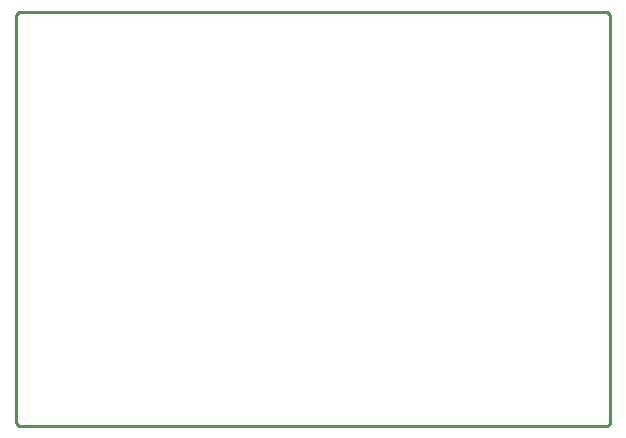
<source format=gbr>
G04 EAGLE Gerber RS-274X export*
G75*
%MOMM*%
%FSLAX34Y34*%
%LPD*%
%IN*%
%IPPOS*%
%AMOC8*
5,1,8,0,0,1.08239X$1,22.5*%
G01*
G04 Define Apertures*
%ADD10C,0.254000*%
D10*
X276860Y236220D02*
X279400Y233680D01*
X777240Y233680D01*
X779020Y235460D01*
X779020Y581660D01*
X776580Y584100D01*
X279400Y584100D01*
X276860Y581560D01*
X276860Y236220D01*
M02*

</source>
